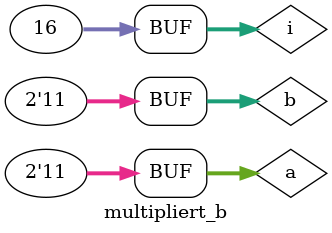
<source format=v>
module multiplier_2_bit_21BCE3546(out,a,b);
output [3:0]out;
input [1:0]a;
input [1:0]b;
assign out=a*b;
endmodule
module multipliert_b;
reg [1:0] a;
reg [1:0] b;
wire [3:0] out;
integer i;
multiplier_2_bit_21BCE3546 uut (.a(a),.b(b),.out(out) );
initial
begin
$display("21BCE3546 - 2 bit (2X2) Multiplier output table ");
a<=0;b<=0;
$monitor("|a=%0d| b=%0d| out=%0d| ",a,b,out);
 for(i=0;i<16 ;i=i+1)
 begin
 {a,b} = i; #1;
 end
end
endmodule

</source>
